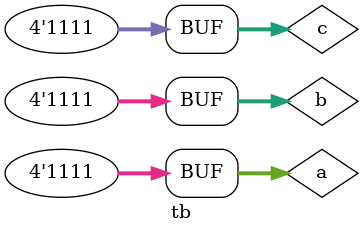
<source format=v>
module tb();
reg [3:0] a,b,c;
wire [5:0] sum;
carrysaveadder CSA(a,b,c,sum);
initial
begin
a=4'b1101;b=4'b1001;c=4'b0100; #10;
a=4'b1111;b=4'b1011;c=4'b0110; #10;
a=4'b1101;b=4'b1101;c=4'b1100; #10;
a=4'b1011;b=4'b0100;c=4'b1000; #10;
a=4'b1111;b=4'b1111;c=4'b1111; #10;
end
initial
begin
$monitor ("%t ,a=%b , b=%b, c=%b, sum=%b", $time , a, b, c, sum,);
end
endmodule 

</source>
